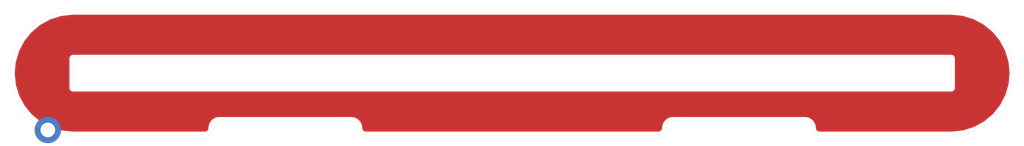
<source format=kicad_pcb>
(kicad_pcb (version 20171130) (host pcbnew "(5.1.10-1-10_14)")

  (general
    (thickness 1.6)
    (drawings 52)
    (tracks 4)
    (zones 0)
    (modules 2)
    (nets 2)
  )

  (page A4)
  (layers
    (0 F.Cu signal)
    (31 B.Cu signal)
    (32 B.Adhes user)
    (33 F.Adhes user)
    (34 B.Paste user)
    (35 F.Paste user)
    (36 B.SilkS user)
    (37 F.SilkS user)
    (38 B.Mask user)
    (39 F.Mask user)
    (40 Dwgs.User user)
    (41 Cmts.User user)
    (42 Eco1.User user)
    (43 Eco2.User user)
    (44 Edge.Cuts user)
    (45 Margin user)
    (46 B.CrtYd user hide)
    (47 F.CrtYd user hide)
    (48 B.Fab user hide)
    (49 F.Fab user hide)
  )

  (setup
    (last_trace_width 0.25)
    (trace_clearance 0.2)
    (zone_clearance 0.25)
    (zone_45_only no)
    (trace_min 0.2)
    (via_size 0.8)
    (via_drill 0.4)
    (via_min_size 0.4)
    (via_min_drill 0.3)
    (uvia_size 0.3)
    (uvia_drill 0.1)
    (uvias_allowed no)
    (uvia_min_size 0.2)
    (uvia_min_drill 0.1)
    (edge_width 0.05)
    (segment_width 0.2)
    (pcb_text_width 0.3)
    (pcb_text_size 1.5 1.5)
    (mod_edge_width 0.12)
    (mod_text_size 1 1)
    (mod_text_width 0.15)
    (pad_size 1.524 1.524)
    (pad_drill 0.762)
    (pad_to_mask_clearance 0)
    (aux_axis_origin 0 0)
    (visible_elements FFFFFFFF)
    (pcbplotparams
      (layerselection 0x010fc_ffffffff)
      (usegerberextensions false)
      (usegerberattributes true)
      (usegerberadvancedattributes true)
      (creategerberjobfile true)
      (excludeedgelayer true)
      (linewidth 0.100000)
      (plotframeref false)
      (viasonmask false)
      (mode 1)
      (useauxorigin false)
      (hpglpennumber 1)
      (hpglpenspeed 20)
      (hpglpendiameter 15.000000)
      (psnegative false)
      (psa4output false)
      (plotreference true)
      (plotvalue true)
      (plotinvisibletext false)
      (padsonsilk false)
      (subtractmaskfromsilk false)
      (outputformat 1)
      (mirror false)
      (drillshape 1)
      (scaleselection 1)
      (outputdirectory ""))
  )

  (net 0 "")
  (net 1 GND)

  (net_class Default "This is the default net class."
    (clearance 0.2)
    (trace_width 0.25)
    (via_dia 0.8)
    (via_drill 0.4)
    (uvia_dia 0.3)
    (uvia_drill 0.1)
    (add_net GND)
  )

  (module cycfi_library:round-single-pad-1.8mm-th (layer F.Cu) (tedit 61163BBF) (tstamp 6116A72E)
    (at 98.27 104.88)
    (path /60D997A7)
    (fp_text reference H3 (at 2.73 -0.88) (layer F.SilkS) hide
      (effects (font (size 1 1) (thickness 0.15)))
    )
    (fp_text value single_pad_smd (at 0 -2.54) (layer F.Fab)
      (effects (font (size 1 1) (thickness 0.15)))
    )
    (pad 1 thru_hole circle (at 0 0) (size 1.8 1.8) (drill 1) (layers *.Cu *.Mask)
      (net 1 GND))
  )

  (module cycfi_library:single-pad-10x2 (layer F.Cu) (tedit 6116436B) (tstamp 6116A015)
    (at 130 98.4)
    (path /60D8FEDB)
    (fp_text reference H4 (at 3 0.6) (layer F.SilkS) hide
      (effects (font (size 1 1) (thickness 0.15)))
    )
    (fp_text value "Core GND" (at 0 -2.54) (layer F.Fab)
      (effects (font (size 1 1) (thickness 0.15)))
    )
    (pad 1 smd rect (at 0 0) (size 10 2) (layers F.Cu F.Paste F.Mask)
      (net 1 GND))
  )

  (gr_arc (start 120 104.75) (end 119.5 104.75) (angle -90) (layer Dwgs.User) (width 0.01) (tstamp 6116A403))
  (gr_arc (start 119 104.75) (end 119.5 104.75) (angle -90) (layer Dwgs.User) (width 0.01) (tstamp 6116A406))
  (gr_line (start 160 96.75) (end 100 96.75) (layer Dwgs.User) (width 0.01) (tstamp 6116A409))
  (gr_line (start 151 105.25) (end 160 105.25) (layer Dwgs.User) (width 0.01) (tstamp 6116A40C))
  (gr_line (start 141 104.25) (end 150 104.25) (layer Dwgs.User) (width 0.01) (tstamp 6116A40F))
  (gr_line (start 120 105.25) (end 140 105.25) (layer Dwgs.User) (width 0.01) (tstamp 6116A412))
  (gr_line (start 135 99.399078) (end 135 97.399078) (layer Dwgs.User) (width 0.01) (tstamp 6116A415))
  (gr_line (start 100 100) (end 160 100) (layer Dwgs.User) (width 0.01) (tstamp 6116A418))
  (gr_line (start 160 100) (end 160 102) (layer Dwgs.User) (width 0.01) (tstamp 6116A41B))
  (gr_line (start 100 102) (end 160 102) (layer Dwgs.User) (width 0.01) (tstamp 6116A41E))
  (gr_line (start 100 100) (end 100 102) (layer Dwgs.User) (width 0.01) (tstamp 6116A421))
  (gr_line (start 125 99.399078) (end 125 97.399078) (layer Dwgs.User) (width 0.01) (tstamp 6116A424))
  (gr_line (start 125 97.399078) (end 135 97.399078) (layer Dwgs.User) (width 0.01) (tstamp 6116A427))
  (gr_line (start 110 104.25) (end 119 104.25) (layer Dwgs.User) (width 0.01) (tstamp 6116A42A))
  (gr_line (start 100 105.25) (end 109 105.25) (layer Dwgs.User) (width 0.01) (tstamp 6116A42D))
  (gr_arc (start 151 104.75) (end 150.5 104.75) (angle -90) (layer Dwgs.User) (width 0.01) (tstamp 6116A430))
  (gr_line (start 125 99.399078) (end 135 99.399078) (layer Dwgs.User) (width 0.01) (tstamp 6116A433))
  (gr_line (start 125 97.399078) (end 135 99.399078) (layer Dwgs.User) (width 0.01) (tstamp 6116A436))
  (gr_line (start 125 99.399078) (end 135 97.399078) (layer Dwgs.User) (width 0.01) (tstamp 6116A439))
  (gr_line (start 135 99.399078) (end 135 97.399078) (layer Dwgs.User) (width 0.01) (tstamp 6116A43C))
  (gr_arc (start 140 104.75) (end 140 105.25) (angle -90) (layer Dwgs.User) (width 0.01) (tstamp 6116A43F))
  (gr_arc (start 109 104.75) (end 109 105.25) (angle -90) (layer Dwgs.User) (width 0.01) (tstamp 6116A442))
  (gr_arc (start 150 104.75) (end 150.5 104.75) (angle -90) (layer Dwgs.User) (width 0.01) (tstamp 6116A445))
  (gr_arc (start 141 104.75) (end 141 104.25) (angle -90) (layer Dwgs.User) (width 0.01) (tstamp 6116A448))
  (gr_line (start 125 97.399078) (end 135 97.399078) (layer Dwgs.User) (width 0.01) (tstamp 6116A44B))
  (gr_line (start 125 99.399078) (end 125 97.399078) (layer Dwgs.User) (width 0.01) (tstamp 6116A44E))
  (gr_line (start 125 99.399078) (end 135 99.399078) (layer Dwgs.User) (width 0.01) (tstamp 6116A451))
  (gr_arc (start 100 101) (end 98.739043 105.058631) (angle -17.25924264) (layer Dwgs.User) (width 0.01) (tstamp 6116A454))
  (gr_arc (start 98.269552 104.88665) (end 98.739043 105.058631) (angle -172.2370133) (layer Dwgs.User) (width 0.01) (tstamp 6116A457))
  (gr_arc (start 160 101) (end 160 105.25) (angle -180) (layer Dwgs.User) (width 0.01) (tstamp 6116A45A))
  (gr_arc (start 100 101) (end 100 96.75) (angle -149.2592426) (layer Dwgs.User) (width 0.01) (tstamp 6116A45D))
  (gr_arc (start 110 104.75) (end 110 104.25) (angle -90) (layer Dwgs.User) (width 0.01) (tstamp 6116A460))
  (gr_line (start 100 100) (end 160 100) (layer Edge.Cuts) (width 0.01))
  (gr_line (start 160 100) (end 160 102) (layer Edge.Cuts) (width 0.01))
  (gr_line (start 100 102) (end 160 102) (layer Edge.Cuts) (width 0.01))
  (gr_line (start 100 100) (end 100 102) (layer Edge.Cuts) (width 0.01))
  (gr_line (start 110 104.25) (end 119 104.25) (layer Edge.Cuts) (width 0.01))
  (gr_line (start 100 105.25) (end 109 105.25) (layer Edge.Cuts) (width 0.01))
  (gr_line (start 160 96.75) (end 100 96.75) (layer Edge.Cuts) (width 0.01))
  (gr_line (start 151 105.25) (end 160 105.25) (layer Edge.Cuts) (width 0.01))
  (gr_line (start 141 104.25) (end 150 104.25) (layer Edge.Cuts) (width 0.01))
  (gr_line (start 120 105.25) (end 140 105.25) (layer Edge.Cuts) (width 0.01))
  (gr_arc (start 120 104.75) (end 119.5 104.75) (angle -90) (layer Edge.Cuts) (width 0.01))
  (gr_arc (start 119 104.75) (end 119.5 104.75) (angle -90) (layer Edge.Cuts) (width 0.01))
  (gr_arc (start 110 104.75) (end 110 104.25) (angle -90) (layer Edge.Cuts) (width 0.01))
  (gr_arc (start 109 104.75) (end 109 105.25) (angle -90) (layer Edge.Cuts) (width 0.01))
  (gr_arc (start 100 101) (end 100 96.75) (angle -180) (layer Edge.Cuts) (width 0.01))
  (gr_arc (start 160 101) (end 160 105.25) (angle -180) (layer Edge.Cuts) (width 0.01))
  (gr_arc (start 151 104.75) (end 150.5 104.75) (angle -90) (layer Edge.Cuts) (width 0.01))
  (gr_arc (start 150 104.75) (end 150.5 104.75) (angle -90) (layer Edge.Cuts) (width 0.01))
  (gr_arc (start 141 104.75) (end 141 104.25) (angle -90) (layer Edge.Cuts) (width 0.01))
  (gr_arc (start 140 104.75) (end 140 105.25) (angle -90) (layer Edge.Cuts) (width 0.01))

  (segment (start 130 98.4) (end 98.6 98.4) (width 0.25) (layer F.Cu) (net 1))
  (segment (start 98.27 104.517267) (end 98.361624 104.561143) (width 0.25) (layer F.Cu) (net 1))
  (segment (start 98.27 98.73) (end 98.27 104.517267) (width 0.25) (layer F.Cu) (net 1))
  (segment (start 98.6 98.4) (end 98.27 98.73) (width 0.25) (layer F.Cu) (net 1))

  (zone (net 1) (net_name GND) (layer F.Cu) (tstamp 6116A756) (hatch edge 0.508)
    (connect_pads yes (clearance 0.25))
    (min_thickness 0.254)
    (fill yes (arc_segments 32) (thermal_gap 0.508) (thermal_bridge_width 0.508))
    (polygon
      (pts
        (xy 165 106) (xy 95 106) (xy 95 96) (xy 165 96)
      )
    )
    (filled_polygon
      (pts
        (xy 160.750944 97.207463) (xy 161.473282 97.425549) (xy 162.139504 97.779786) (xy 162.724234 98.25668) (xy 163.205199 98.838066)
        (xy 163.564078 99.501801) (xy 163.787203 100.2226) (xy 163.866074 100.973007) (xy 163.797688 101.724449) (xy 163.584648 102.448292)
        (xy 163.235071 103.116972) (xy 162.762271 103.705016) (xy 162.184257 104.190028) (xy 161.523048 104.553531) (xy 160.80382 104.781683)
        (xy 160.03666 104.867735) (xy 159.998625 104.868) (xy 151.018682 104.868) (xy 150.977439 104.863956) (xy 150.955729 104.857402)
        (xy 150.935714 104.84676) (xy 150.918145 104.83243) (xy 150.903692 104.814959) (xy 150.892907 104.795013) (xy 150.886204 104.773359)
        (xy 150.880374 104.717892) (xy 150.880416 104.711889) (xy 150.879895 104.70658) (xy 150.869695 104.609532) (xy 150.862727 104.575586)
        (xy 150.856246 104.541607) (xy 150.854707 104.536511) (xy 150.854705 104.536501) (xy 150.854701 104.536492) (xy 150.825848 104.443282)
        (xy 150.812434 104.411371) (xy 150.799461 104.379261) (xy 150.796957 104.374551) (xy 150.750544 104.288714) (xy 150.731174 104.259997)
        (xy 150.712226 104.231041) (xy 150.708858 104.226912) (xy 150.708854 104.226906) (xy 150.708849 104.226901) (xy 150.646653 104.151718)
        (xy 150.622062 104.127298) (xy 150.597865 104.102588) (xy 150.593754 104.099188) (xy 150.593751 104.099185) (xy 150.593747 104.099183)
        (xy 150.518134 104.037512) (xy 150.489253 104.018323) (xy 150.460724 103.998789) (xy 150.456043 103.996258) (xy 150.456037 103.996254)
        (xy 150.45603 103.996251) (xy 150.369871 103.95044) (xy 150.337834 103.937235) (xy 150.306042 103.923609) (xy 150.300947 103.922031)
        (xy 150.207529 103.893826) (xy 150.173551 103.887098) (xy 150.139697 103.879902) (xy 150.134398 103.879346) (xy 150.134395 103.879345)
        (xy 150.134392 103.879345) (xy 150.037275 103.869823) (xy 150.03727 103.869823) (xy 150.018762 103.868) (xy 140.981238 103.868)
        (xy 140.96494 103.869605) (xy 140.961889 103.869584) (xy 140.95658 103.870105) (xy 140.859532 103.880305) (xy 140.825586 103.887273)
        (xy 140.791607 103.893754) (xy 140.786511 103.895293) (xy 140.786501 103.895295) (xy 140.786492 103.895299) (xy 140.693282 103.924152)
        (xy 140.661371 103.937566) (xy 140.629261 103.950539) (xy 140.624551 103.953043) (xy 140.538714 103.999456) (xy 140.509997 104.018826)
        (xy 140.481041 104.037774) (xy 140.476912 104.041142) (xy 140.476906 104.041146) (xy 140.476901 104.041151) (xy 140.401718 104.103347)
        (xy 140.377298 104.127938) (xy 140.352588 104.152135) (xy 140.349188 104.156246) (xy 140.349185 104.156249) (xy 140.349183 104.156253)
        (xy 140.287512 104.231866) (xy 140.268323 104.260747) (xy 140.248789 104.289276) (xy 140.246258 104.293957) (xy 140.246254 104.293963)
        (xy 140.246252 104.293968) (xy 140.20044 104.380129) (xy 140.187235 104.412166) (xy 140.173609 104.443958) (xy 140.172031 104.449053)
        (xy 140.143826 104.542471) (xy 140.137098 104.576449) (xy 140.129902 104.610303) (xy 140.129345 104.615608) (xy 140.119823 104.712721)
        (xy 140.119823 104.712725) (xy 140.113956 104.772561) (xy 140.107402 104.794271) (xy 140.09676 104.814286) (xy 140.08243 104.831855)
        (xy 140.064959 104.846308) (xy 140.045013 104.857093) (xy 140.023359 104.863796) (xy 139.983362 104.868) (xy 120.018682 104.868)
        (xy 119.977439 104.863956) (xy 119.955729 104.857402) (xy 119.935714 104.84676) (xy 119.918145 104.83243) (xy 119.903692 104.814959)
        (xy 119.892907 104.795013) (xy 119.886204 104.773359) (xy 119.880374 104.717892) (xy 119.880416 104.711889) (xy 119.879895 104.70658)
        (xy 119.869695 104.609532) (xy 119.862727 104.575586) (xy 119.856246 104.541607) (xy 119.854707 104.536511) (xy 119.854705 104.536501)
        (xy 119.854701 104.536492) (xy 119.825848 104.443282) (xy 119.812434 104.411371) (xy 119.799461 104.379261) (xy 119.796957 104.374551)
        (xy 119.750544 104.288714) (xy 119.731174 104.259997) (xy 119.712226 104.231041) (xy 119.708858 104.226912) (xy 119.708854 104.226906)
        (xy 119.708849 104.226901) (xy 119.646653 104.151718) (xy 119.622062 104.127298) (xy 119.597865 104.102588) (xy 119.593754 104.099188)
        (xy 119.593751 104.099185) (xy 119.593747 104.099183) (xy 119.518134 104.037512) (xy 119.489253 104.018323) (xy 119.460724 103.998789)
        (xy 119.456043 103.996258) (xy 119.456037 103.996254) (xy 119.45603 103.996251) (xy 119.369871 103.95044) (xy 119.337834 103.937235)
        (xy 119.306042 103.923609) (xy 119.300947 103.922031) (xy 119.207529 103.893826) (xy 119.173551 103.887098) (xy 119.139697 103.879902)
        (xy 119.134398 103.879346) (xy 119.134395 103.879345) (xy 119.134392 103.879345) (xy 119.037275 103.869823) (xy 119.03727 103.869823)
        (xy 119.018762 103.868) (xy 109.981238 103.868) (xy 109.96494 103.869605) (xy 109.961889 103.869584) (xy 109.95658 103.870105)
        (xy 109.859532 103.880305) (xy 109.825586 103.887273) (xy 109.791607 103.893754) (xy 109.786511 103.895293) (xy 109.786501 103.895295)
        (xy 109.786492 103.895299) (xy 109.693282 103.924152) (xy 109.661371 103.937566) (xy 109.629261 103.950539) (xy 109.624551 103.953043)
        (xy 109.538714 103.999456) (xy 109.509997 104.018826) (xy 109.481041 104.037774) (xy 109.476912 104.041142) (xy 109.476906 104.041146)
        (xy 109.476901 104.041151) (xy 109.401718 104.103347) (xy 109.377298 104.127938) (xy 109.352588 104.152135) (xy 109.349188 104.156246)
        (xy 109.349185 104.156249) (xy 109.349183 104.156253) (xy 109.287512 104.231866) (xy 109.268323 104.260747) (xy 109.248789 104.289276)
        (xy 109.246258 104.293957) (xy 109.246254 104.293963) (xy 109.246252 104.293968) (xy 109.20044 104.380129) (xy 109.187235 104.412166)
        (xy 109.173609 104.443958) (xy 109.172031 104.449053) (xy 109.143826 104.542471) (xy 109.137098 104.576449) (xy 109.129902 104.610303)
        (xy 109.129345 104.615608) (xy 109.119823 104.712721) (xy 109.119823 104.712725) (xy 109.113956 104.772561) (xy 109.107402 104.794271)
        (xy 109.09676 104.814286) (xy 109.08243 104.831855) (xy 109.064959 104.846308) (xy 109.045013 104.857093) (xy 109.023359 104.863796)
        (xy 108.983362 104.868) (xy 100.018685 104.868) (xy 99.249056 104.792537) (xy 98.526718 104.574451) (xy 97.860496 104.220214)
        (xy 97.275766 103.74332) (xy 96.794801 103.161934) (xy 96.435921 102.498198) (xy 96.212797 101.7774) (xy 96.133926 101.026993)
        (xy 96.202312 100.275553) (xy 96.283411 100) (xy 99.616152 100) (xy 99.618 100.018762) (xy 99.618001 101.981228)
        (xy 99.616152 102) (xy 99.623528 102.074885) (xy 99.645371 102.146892) (xy 99.680842 102.213255) (xy 99.728578 102.271422)
        (xy 99.786745 102.319158) (xy 99.853108 102.354629) (xy 99.925115 102.376472) (xy 99.981238 102.382) (xy 100 102.383848)
        (xy 100.018762 102.382) (xy 159.981238 102.382) (xy 160 102.383848) (xy 160.074885 102.376472) (xy 160.146892 102.354629)
        (xy 160.213255 102.319158) (xy 160.271422 102.271422) (xy 160.319158 102.213255) (xy 160.354629 102.146892) (xy 160.376472 102.074885)
        (xy 160.382 102.018762) (xy 160.383848 102) (xy 160.382 101.981238) (xy 160.382 100.018762) (xy 160.383848 100)
        (xy 160.376472 99.925115) (xy 160.354629 99.853108) (xy 160.319158 99.786745) (xy 160.271422 99.728578) (xy 160.213255 99.680842)
        (xy 160.146892 99.645371) (xy 160.074885 99.623528) (xy 160.018762 99.618) (xy 160 99.616152) (xy 159.981238 99.618)
        (xy 100.018762 99.618) (xy 100 99.616152) (xy 99.981238 99.618) (xy 99.925115 99.623528) (xy 99.853108 99.645371)
        (xy 99.786745 99.680842) (xy 99.728578 99.728578) (xy 99.680842 99.786745) (xy 99.645371 99.853108) (xy 99.623528 99.925115)
        (xy 99.616152 100) (xy 96.283411 100) (xy 96.415352 99.551708) (xy 96.764929 98.883028) (xy 97.237729 98.294984)
        (xy 97.815743 97.809972) (xy 98.476954 97.446469) (xy 99.19618 97.218317) (xy 99.96334 97.132265) (xy 100.001375 97.132)
        (xy 159.981315 97.132)
      )
    )
  )
  (zone (net 1) (net_name GND) (layer B.Cu) (tstamp 6116A753) (hatch edge 0.508)
    (connect_pads yes (clearance 0.25))
    (min_thickness 0.254)
    (fill yes (arc_segments 32) (thermal_gap 0.508) (thermal_bridge_width 0.508))
    (polygon
      (pts
        (xy 165 106) (xy 95 106) (xy 95 96) (xy 165 96)
      )
    )
  )
)

</source>
